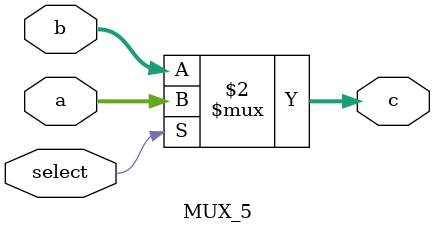
<source format=v>
`timescale 1ns / 1ps


module MUX(
    input [31:0] a,
    input [31:0] b,
    input select,
    output  [31:0] c
    );
    
//always @(*)
/*
begin
    case(select)
        1'b1:c <= b;
        1'b0:c <= a;
    endcase
end
*/
assign c=(select==1)?a:b;
endmodule

module MUX_5(
    input [4:0] a,
    input [4:0] b,
    input select,
    output [4:0] c
);
    assign c=(select==1)?a:b;
endmodule

</source>
